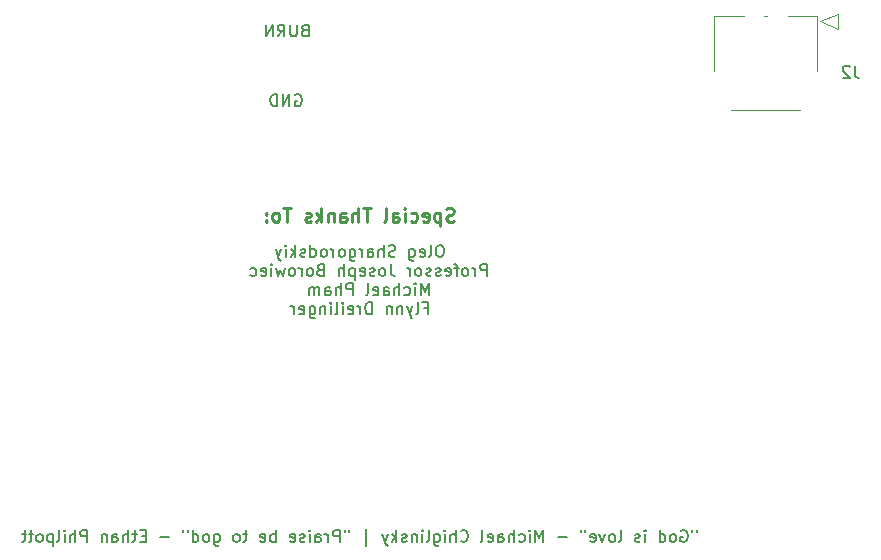
<source format=gbo>
G04 #@! TF.GenerationSoftware,KiCad,Pcbnew,7.0.1-0*
G04 #@! TF.CreationDate,2023-03-19T01:34:27-04:00*
G04 #@! TF.ProjectId,bottom-adapter,626f7474-6f6d-42d6-9164-61707465722e,3*
G04 #@! TF.SameCoordinates,Original*
G04 #@! TF.FileFunction,Legend,Bot*
G04 #@! TF.FilePolarity,Positive*
%FSLAX46Y46*%
G04 Gerber Fmt 4.6, Leading zero omitted, Abs format (unit mm)*
G04 Created by KiCad (PCBNEW 7.0.1-0) date 2023-03-19 01:34:27*
%MOMM*%
%LPD*%
G01*
G04 APERTURE LIST*
%ADD10C,0.150000*%
%ADD11C,0.230000*%
%ADD12C,0.120000*%
%ADD13C,5.500000*%
%ADD14R,2.000000X2.000000*%
%ADD15C,4.300000*%
%ADD16R,1.350000X2.899999*%
%ADD17R,1.100000X1.450000*%
G04 APERTURE END LIST*
D10*
X113576190Y-95638809D02*
X113433333Y-95686428D01*
X113433333Y-95686428D02*
X113385714Y-95734047D01*
X113385714Y-95734047D02*
X113338095Y-95829285D01*
X113338095Y-95829285D02*
X113338095Y-95972142D01*
X113338095Y-95972142D02*
X113385714Y-96067380D01*
X113385714Y-96067380D02*
X113433333Y-96115000D01*
X113433333Y-96115000D02*
X113528571Y-96162619D01*
X113528571Y-96162619D02*
X113909523Y-96162619D01*
X113909523Y-96162619D02*
X113909523Y-95162619D01*
X113909523Y-95162619D02*
X113576190Y-95162619D01*
X113576190Y-95162619D02*
X113480952Y-95210238D01*
X113480952Y-95210238D02*
X113433333Y-95257857D01*
X113433333Y-95257857D02*
X113385714Y-95353095D01*
X113385714Y-95353095D02*
X113385714Y-95448333D01*
X113385714Y-95448333D02*
X113433333Y-95543571D01*
X113433333Y-95543571D02*
X113480952Y-95591190D01*
X113480952Y-95591190D02*
X113576190Y-95638809D01*
X113576190Y-95638809D02*
X113909523Y-95638809D01*
X112909523Y-95162619D02*
X112909523Y-95972142D01*
X112909523Y-95972142D02*
X112861904Y-96067380D01*
X112861904Y-96067380D02*
X112814285Y-96115000D01*
X112814285Y-96115000D02*
X112719047Y-96162619D01*
X112719047Y-96162619D02*
X112528571Y-96162619D01*
X112528571Y-96162619D02*
X112433333Y-96115000D01*
X112433333Y-96115000D02*
X112385714Y-96067380D01*
X112385714Y-96067380D02*
X112338095Y-95972142D01*
X112338095Y-95972142D02*
X112338095Y-95162619D01*
X111290476Y-96162619D02*
X111623809Y-95686428D01*
X111861904Y-96162619D02*
X111861904Y-95162619D01*
X111861904Y-95162619D02*
X111480952Y-95162619D01*
X111480952Y-95162619D02*
X111385714Y-95210238D01*
X111385714Y-95210238D02*
X111338095Y-95257857D01*
X111338095Y-95257857D02*
X111290476Y-95353095D01*
X111290476Y-95353095D02*
X111290476Y-95495952D01*
X111290476Y-95495952D02*
X111338095Y-95591190D01*
X111338095Y-95591190D02*
X111385714Y-95638809D01*
X111385714Y-95638809D02*
X111480952Y-95686428D01*
X111480952Y-95686428D02*
X111861904Y-95686428D01*
X110861904Y-96162619D02*
X110861904Y-95162619D01*
X110861904Y-95162619D02*
X110290476Y-96162619D01*
X110290476Y-96162619D02*
X110290476Y-95162619D01*
X112761904Y-101110238D02*
X112857142Y-101062619D01*
X112857142Y-101062619D02*
X112999999Y-101062619D01*
X112999999Y-101062619D02*
X113142856Y-101110238D01*
X113142856Y-101110238D02*
X113238094Y-101205476D01*
X113238094Y-101205476D02*
X113285713Y-101300714D01*
X113285713Y-101300714D02*
X113333332Y-101491190D01*
X113333332Y-101491190D02*
X113333332Y-101634047D01*
X113333332Y-101634047D02*
X113285713Y-101824523D01*
X113285713Y-101824523D02*
X113238094Y-101919761D01*
X113238094Y-101919761D02*
X113142856Y-102015000D01*
X113142856Y-102015000D02*
X112999999Y-102062619D01*
X112999999Y-102062619D02*
X112904761Y-102062619D01*
X112904761Y-102062619D02*
X112761904Y-102015000D01*
X112761904Y-102015000D02*
X112714285Y-101967380D01*
X112714285Y-101967380D02*
X112714285Y-101634047D01*
X112714285Y-101634047D02*
X112904761Y-101634047D01*
X112285713Y-102062619D02*
X112285713Y-101062619D01*
X112285713Y-101062619D02*
X111714285Y-102062619D01*
X111714285Y-102062619D02*
X111714285Y-101062619D01*
X111238094Y-102062619D02*
X111238094Y-101062619D01*
X111238094Y-101062619D02*
X110999999Y-101062619D01*
X110999999Y-101062619D02*
X110857142Y-101110238D01*
X110857142Y-101110238D02*
X110761904Y-101205476D01*
X110761904Y-101205476D02*
X110714285Y-101300714D01*
X110714285Y-101300714D02*
X110666666Y-101491190D01*
X110666666Y-101491190D02*
X110666666Y-101634047D01*
X110666666Y-101634047D02*
X110714285Y-101824523D01*
X110714285Y-101824523D02*
X110761904Y-101919761D01*
X110761904Y-101919761D02*
X110857142Y-102015000D01*
X110857142Y-102015000D02*
X110999999Y-102062619D01*
X110999999Y-102062619D02*
X111238094Y-102062619D01*
D11*
X126217854Y-111804500D02*
X126053568Y-111859261D01*
X126053568Y-111859261D02*
X125779759Y-111859261D01*
X125779759Y-111859261D02*
X125670235Y-111804500D01*
X125670235Y-111804500D02*
X125615473Y-111749738D01*
X125615473Y-111749738D02*
X125560711Y-111640214D01*
X125560711Y-111640214D02*
X125560711Y-111530690D01*
X125560711Y-111530690D02*
X125615473Y-111421166D01*
X125615473Y-111421166D02*
X125670235Y-111366404D01*
X125670235Y-111366404D02*
X125779759Y-111311642D01*
X125779759Y-111311642D02*
X125998806Y-111256880D01*
X125998806Y-111256880D02*
X126108330Y-111202119D01*
X126108330Y-111202119D02*
X126163092Y-111147357D01*
X126163092Y-111147357D02*
X126217854Y-111037833D01*
X126217854Y-111037833D02*
X126217854Y-110928309D01*
X126217854Y-110928309D02*
X126163092Y-110818785D01*
X126163092Y-110818785D02*
X126108330Y-110764023D01*
X126108330Y-110764023D02*
X125998806Y-110709261D01*
X125998806Y-110709261D02*
X125724997Y-110709261D01*
X125724997Y-110709261D02*
X125560711Y-110764023D01*
X125067854Y-111092595D02*
X125067854Y-112242595D01*
X125067854Y-111147357D02*
X124958330Y-111092595D01*
X124958330Y-111092595D02*
X124739283Y-111092595D01*
X124739283Y-111092595D02*
X124629759Y-111147357D01*
X124629759Y-111147357D02*
X124574997Y-111202119D01*
X124574997Y-111202119D02*
X124520235Y-111311642D01*
X124520235Y-111311642D02*
X124520235Y-111640214D01*
X124520235Y-111640214D02*
X124574997Y-111749738D01*
X124574997Y-111749738D02*
X124629759Y-111804500D01*
X124629759Y-111804500D02*
X124739283Y-111859261D01*
X124739283Y-111859261D02*
X124958330Y-111859261D01*
X124958330Y-111859261D02*
X125067854Y-111804500D01*
X123589283Y-111804500D02*
X123698807Y-111859261D01*
X123698807Y-111859261D02*
X123917854Y-111859261D01*
X123917854Y-111859261D02*
X124027378Y-111804500D01*
X124027378Y-111804500D02*
X124082140Y-111694976D01*
X124082140Y-111694976D02*
X124082140Y-111256880D01*
X124082140Y-111256880D02*
X124027378Y-111147357D01*
X124027378Y-111147357D02*
X123917854Y-111092595D01*
X123917854Y-111092595D02*
X123698807Y-111092595D01*
X123698807Y-111092595D02*
X123589283Y-111147357D01*
X123589283Y-111147357D02*
X123534521Y-111256880D01*
X123534521Y-111256880D02*
X123534521Y-111366404D01*
X123534521Y-111366404D02*
X124082140Y-111475928D01*
X122548807Y-111804500D02*
X122658331Y-111859261D01*
X122658331Y-111859261D02*
X122877378Y-111859261D01*
X122877378Y-111859261D02*
X122986902Y-111804500D01*
X122986902Y-111804500D02*
X123041664Y-111749738D01*
X123041664Y-111749738D02*
X123096426Y-111640214D01*
X123096426Y-111640214D02*
X123096426Y-111311642D01*
X123096426Y-111311642D02*
X123041664Y-111202119D01*
X123041664Y-111202119D02*
X122986902Y-111147357D01*
X122986902Y-111147357D02*
X122877378Y-111092595D01*
X122877378Y-111092595D02*
X122658331Y-111092595D01*
X122658331Y-111092595D02*
X122548807Y-111147357D01*
X122055950Y-111859261D02*
X122055950Y-111092595D01*
X122055950Y-110709261D02*
X122110712Y-110764023D01*
X122110712Y-110764023D02*
X122055950Y-110818785D01*
X122055950Y-110818785D02*
X122001188Y-110764023D01*
X122001188Y-110764023D02*
X122055950Y-110709261D01*
X122055950Y-110709261D02*
X122055950Y-110818785D01*
X121015474Y-111859261D02*
X121015474Y-111256880D01*
X121015474Y-111256880D02*
X121070236Y-111147357D01*
X121070236Y-111147357D02*
X121179760Y-111092595D01*
X121179760Y-111092595D02*
X121398807Y-111092595D01*
X121398807Y-111092595D02*
X121508331Y-111147357D01*
X121015474Y-111804500D02*
X121124998Y-111859261D01*
X121124998Y-111859261D02*
X121398807Y-111859261D01*
X121398807Y-111859261D02*
X121508331Y-111804500D01*
X121508331Y-111804500D02*
X121563093Y-111694976D01*
X121563093Y-111694976D02*
X121563093Y-111585452D01*
X121563093Y-111585452D02*
X121508331Y-111475928D01*
X121508331Y-111475928D02*
X121398807Y-111421166D01*
X121398807Y-111421166D02*
X121124998Y-111421166D01*
X121124998Y-111421166D02*
X121015474Y-111366404D01*
X120303569Y-111859261D02*
X120413093Y-111804500D01*
X120413093Y-111804500D02*
X120467855Y-111694976D01*
X120467855Y-111694976D02*
X120467855Y-110709261D01*
X119153570Y-110709261D02*
X118496427Y-110709261D01*
X118824998Y-111859261D02*
X118824998Y-110709261D01*
X118113094Y-111859261D02*
X118113094Y-110709261D01*
X117620237Y-111859261D02*
X117620237Y-111256880D01*
X117620237Y-111256880D02*
X117674999Y-111147357D01*
X117674999Y-111147357D02*
X117784523Y-111092595D01*
X117784523Y-111092595D02*
X117948808Y-111092595D01*
X117948808Y-111092595D02*
X118058332Y-111147357D01*
X118058332Y-111147357D02*
X118113094Y-111202119D01*
X116579761Y-111859261D02*
X116579761Y-111256880D01*
X116579761Y-111256880D02*
X116634523Y-111147357D01*
X116634523Y-111147357D02*
X116744047Y-111092595D01*
X116744047Y-111092595D02*
X116963094Y-111092595D01*
X116963094Y-111092595D02*
X117072618Y-111147357D01*
X116579761Y-111804500D02*
X116689285Y-111859261D01*
X116689285Y-111859261D02*
X116963094Y-111859261D01*
X116963094Y-111859261D02*
X117072618Y-111804500D01*
X117072618Y-111804500D02*
X117127380Y-111694976D01*
X117127380Y-111694976D02*
X117127380Y-111585452D01*
X117127380Y-111585452D02*
X117072618Y-111475928D01*
X117072618Y-111475928D02*
X116963094Y-111421166D01*
X116963094Y-111421166D02*
X116689285Y-111421166D01*
X116689285Y-111421166D02*
X116579761Y-111366404D01*
X116032142Y-111092595D02*
X116032142Y-111859261D01*
X116032142Y-111202119D02*
X115977380Y-111147357D01*
X115977380Y-111147357D02*
X115867856Y-111092595D01*
X115867856Y-111092595D02*
X115703571Y-111092595D01*
X115703571Y-111092595D02*
X115594047Y-111147357D01*
X115594047Y-111147357D02*
X115539285Y-111256880D01*
X115539285Y-111256880D02*
X115539285Y-111859261D01*
X114991666Y-111859261D02*
X114991666Y-110709261D01*
X114882142Y-111421166D02*
X114553571Y-111859261D01*
X114553571Y-111092595D02*
X114991666Y-111530690D01*
X114115476Y-111804500D02*
X114005952Y-111859261D01*
X114005952Y-111859261D02*
X113786904Y-111859261D01*
X113786904Y-111859261D02*
X113677381Y-111804500D01*
X113677381Y-111804500D02*
X113622619Y-111694976D01*
X113622619Y-111694976D02*
X113622619Y-111640214D01*
X113622619Y-111640214D02*
X113677381Y-111530690D01*
X113677381Y-111530690D02*
X113786904Y-111475928D01*
X113786904Y-111475928D02*
X113951190Y-111475928D01*
X113951190Y-111475928D02*
X114060714Y-111421166D01*
X114060714Y-111421166D02*
X114115476Y-111311642D01*
X114115476Y-111311642D02*
X114115476Y-111256880D01*
X114115476Y-111256880D02*
X114060714Y-111147357D01*
X114060714Y-111147357D02*
X113951190Y-111092595D01*
X113951190Y-111092595D02*
X113786904Y-111092595D01*
X113786904Y-111092595D02*
X113677381Y-111147357D01*
X112417858Y-110709261D02*
X111760715Y-110709261D01*
X112089286Y-111859261D02*
X112089286Y-110709261D01*
X111213096Y-111859261D02*
X111322620Y-111804500D01*
X111322620Y-111804500D02*
X111377382Y-111749738D01*
X111377382Y-111749738D02*
X111432144Y-111640214D01*
X111432144Y-111640214D02*
X111432144Y-111311642D01*
X111432144Y-111311642D02*
X111377382Y-111202119D01*
X111377382Y-111202119D02*
X111322620Y-111147357D01*
X111322620Y-111147357D02*
X111213096Y-111092595D01*
X111213096Y-111092595D02*
X111048811Y-111092595D01*
X111048811Y-111092595D02*
X110939287Y-111147357D01*
X110939287Y-111147357D02*
X110884525Y-111202119D01*
X110884525Y-111202119D02*
X110829763Y-111311642D01*
X110829763Y-111311642D02*
X110829763Y-111640214D01*
X110829763Y-111640214D02*
X110884525Y-111749738D01*
X110884525Y-111749738D02*
X110939287Y-111804500D01*
X110939287Y-111804500D02*
X111048811Y-111859261D01*
X111048811Y-111859261D02*
X111213096Y-111859261D01*
X110336906Y-111749738D02*
X110282144Y-111804500D01*
X110282144Y-111804500D02*
X110336906Y-111859261D01*
X110336906Y-111859261D02*
X110391668Y-111804500D01*
X110391668Y-111804500D02*
X110336906Y-111749738D01*
X110336906Y-111749738D02*
X110336906Y-111859261D01*
X110336906Y-111147357D02*
X110282144Y-111202119D01*
X110282144Y-111202119D02*
X110336906Y-111256880D01*
X110336906Y-111256880D02*
X110391668Y-111202119D01*
X110391668Y-111202119D02*
X110336906Y-111147357D01*
X110336906Y-111147357D02*
X110336906Y-111256880D01*
D10*
X125107143Y-113827618D02*
X124916667Y-113827618D01*
X124916667Y-113827618D02*
X124821429Y-113875237D01*
X124821429Y-113875237D02*
X124726191Y-113970475D01*
X124726191Y-113970475D02*
X124678572Y-114160951D01*
X124678572Y-114160951D02*
X124678572Y-114494284D01*
X124678572Y-114494284D02*
X124726191Y-114684760D01*
X124726191Y-114684760D02*
X124821429Y-114779999D01*
X124821429Y-114779999D02*
X124916667Y-114827618D01*
X124916667Y-114827618D02*
X125107143Y-114827618D01*
X125107143Y-114827618D02*
X125202381Y-114779999D01*
X125202381Y-114779999D02*
X125297619Y-114684760D01*
X125297619Y-114684760D02*
X125345238Y-114494284D01*
X125345238Y-114494284D02*
X125345238Y-114160951D01*
X125345238Y-114160951D02*
X125297619Y-113970475D01*
X125297619Y-113970475D02*
X125202381Y-113875237D01*
X125202381Y-113875237D02*
X125107143Y-113827618D01*
X124107143Y-114827618D02*
X124202381Y-114779999D01*
X124202381Y-114779999D02*
X124250000Y-114684760D01*
X124250000Y-114684760D02*
X124250000Y-113827618D01*
X123345238Y-114779999D02*
X123440476Y-114827618D01*
X123440476Y-114827618D02*
X123630952Y-114827618D01*
X123630952Y-114827618D02*
X123726190Y-114779999D01*
X123726190Y-114779999D02*
X123773809Y-114684760D01*
X123773809Y-114684760D02*
X123773809Y-114303808D01*
X123773809Y-114303808D02*
X123726190Y-114208570D01*
X123726190Y-114208570D02*
X123630952Y-114160951D01*
X123630952Y-114160951D02*
X123440476Y-114160951D01*
X123440476Y-114160951D02*
X123345238Y-114208570D01*
X123345238Y-114208570D02*
X123297619Y-114303808D01*
X123297619Y-114303808D02*
X123297619Y-114399046D01*
X123297619Y-114399046D02*
X123773809Y-114494284D01*
X122440476Y-114160951D02*
X122440476Y-114970475D01*
X122440476Y-114970475D02*
X122488095Y-115065713D01*
X122488095Y-115065713D02*
X122535714Y-115113332D01*
X122535714Y-115113332D02*
X122630952Y-115160951D01*
X122630952Y-115160951D02*
X122773809Y-115160951D01*
X122773809Y-115160951D02*
X122869047Y-115113332D01*
X122440476Y-114779999D02*
X122535714Y-114827618D01*
X122535714Y-114827618D02*
X122726190Y-114827618D01*
X122726190Y-114827618D02*
X122821428Y-114779999D01*
X122821428Y-114779999D02*
X122869047Y-114732379D01*
X122869047Y-114732379D02*
X122916666Y-114637141D01*
X122916666Y-114637141D02*
X122916666Y-114351427D01*
X122916666Y-114351427D02*
X122869047Y-114256189D01*
X122869047Y-114256189D02*
X122821428Y-114208570D01*
X122821428Y-114208570D02*
X122726190Y-114160951D01*
X122726190Y-114160951D02*
X122535714Y-114160951D01*
X122535714Y-114160951D02*
X122440476Y-114208570D01*
X121249999Y-114779999D02*
X121107142Y-114827618D01*
X121107142Y-114827618D02*
X120869047Y-114827618D01*
X120869047Y-114827618D02*
X120773809Y-114779999D01*
X120773809Y-114779999D02*
X120726190Y-114732379D01*
X120726190Y-114732379D02*
X120678571Y-114637141D01*
X120678571Y-114637141D02*
X120678571Y-114541903D01*
X120678571Y-114541903D02*
X120726190Y-114446665D01*
X120726190Y-114446665D02*
X120773809Y-114399046D01*
X120773809Y-114399046D02*
X120869047Y-114351427D01*
X120869047Y-114351427D02*
X121059523Y-114303808D01*
X121059523Y-114303808D02*
X121154761Y-114256189D01*
X121154761Y-114256189D02*
X121202380Y-114208570D01*
X121202380Y-114208570D02*
X121249999Y-114113332D01*
X121249999Y-114113332D02*
X121249999Y-114018094D01*
X121249999Y-114018094D02*
X121202380Y-113922856D01*
X121202380Y-113922856D02*
X121154761Y-113875237D01*
X121154761Y-113875237D02*
X121059523Y-113827618D01*
X121059523Y-113827618D02*
X120821428Y-113827618D01*
X120821428Y-113827618D02*
X120678571Y-113875237D01*
X120249999Y-114827618D02*
X120249999Y-113827618D01*
X119821428Y-114827618D02*
X119821428Y-114303808D01*
X119821428Y-114303808D02*
X119869047Y-114208570D01*
X119869047Y-114208570D02*
X119964285Y-114160951D01*
X119964285Y-114160951D02*
X120107142Y-114160951D01*
X120107142Y-114160951D02*
X120202380Y-114208570D01*
X120202380Y-114208570D02*
X120249999Y-114256189D01*
X118916666Y-114827618D02*
X118916666Y-114303808D01*
X118916666Y-114303808D02*
X118964285Y-114208570D01*
X118964285Y-114208570D02*
X119059523Y-114160951D01*
X119059523Y-114160951D02*
X119249999Y-114160951D01*
X119249999Y-114160951D02*
X119345237Y-114208570D01*
X118916666Y-114779999D02*
X119011904Y-114827618D01*
X119011904Y-114827618D02*
X119249999Y-114827618D01*
X119249999Y-114827618D02*
X119345237Y-114779999D01*
X119345237Y-114779999D02*
X119392856Y-114684760D01*
X119392856Y-114684760D02*
X119392856Y-114589522D01*
X119392856Y-114589522D02*
X119345237Y-114494284D01*
X119345237Y-114494284D02*
X119249999Y-114446665D01*
X119249999Y-114446665D02*
X119011904Y-114446665D01*
X119011904Y-114446665D02*
X118916666Y-114399046D01*
X118440475Y-114827618D02*
X118440475Y-114160951D01*
X118440475Y-114351427D02*
X118392856Y-114256189D01*
X118392856Y-114256189D02*
X118345237Y-114208570D01*
X118345237Y-114208570D02*
X118249999Y-114160951D01*
X118249999Y-114160951D02*
X118154761Y-114160951D01*
X117392856Y-114160951D02*
X117392856Y-114970475D01*
X117392856Y-114970475D02*
X117440475Y-115065713D01*
X117440475Y-115065713D02*
X117488094Y-115113332D01*
X117488094Y-115113332D02*
X117583332Y-115160951D01*
X117583332Y-115160951D02*
X117726189Y-115160951D01*
X117726189Y-115160951D02*
X117821427Y-115113332D01*
X117392856Y-114779999D02*
X117488094Y-114827618D01*
X117488094Y-114827618D02*
X117678570Y-114827618D01*
X117678570Y-114827618D02*
X117773808Y-114779999D01*
X117773808Y-114779999D02*
X117821427Y-114732379D01*
X117821427Y-114732379D02*
X117869046Y-114637141D01*
X117869046Y-114637141D02*
X117869046Y-114351427D01*
X117869046Y-114351427D02*
X117821427Y-114256189D01*
X117821427Y-114256189D02*
X117773808Y-114208570D01*
X117773808Y-114208570D02*
X117678570Y-114160951D01*
X117678570Y-114160951D02*
X117488094Y-114160951D01*
X117488094Y-114160951D02*
X117392856Y-114208570D01*
X116773808Y-114827618D02*
X116869046Y-114779999D01*
X116869046Y-114779999D02*
X116916665Y-114732379D01*
X116916665Y-114732379D02*
X116964284Y-114637141D01*
X116964284Y-114637141D02*
X116964284Y-114351427D01*
X116964284Y-114351427D02*
X116916665Y-114256189D01*
X116916665Y-114256189D02*
X116869046Y-114208570D01*
X116869046Y-114208570D02*
X116773808Y-114160951D01*
X116773808Y-114160951D02*
X116630951Y-114160951D01*
X116630951Y-114160951D02*
X116535713Y-114208570D01*
X116535713Y-114208570D02*
X116488094Y-114256189D01*
X116488094Y-114256189D02*
X116440475Y-114351427D01*
X116440475Y-114351427D02*
X116440475Y-114637141D01*
X116440475Y-114637141D02*
X116488094Y-114732379D01*
X116488094Y-114732379D02*
X116535713Y-114779999D01*
X116535713Y-114779999D02*
X116630951Y-114827618D01*
X116630951Y-114827618D02*
X116773808Y-114827618D01*
X116011903Y-114827618D02*
X116011903Y-114160951D01*
X116011903Y-114351427D02*
X115964284Y-114256189D01*
X115964284Y-114256189D02*
X115916665Y-114208570D01*
X115916665Y-114208570D02*
X115821427Y-114160951D01*
X115821427Y-114160951D02*
X115726189Y-114160951D01*
X115249998Y-114827618D02*
X115345236Y-114779999D01*
X115345236Y-114779999D02*
X115392855Y-114732379D01*
X115392855Y-114732379D02*
X115440474Y-114637141D01*
X115440474Y-114637141D02*
X115440474Y-114351427D01*
X115440474Y-114351427D02*
X115392855Y-114256189D01*
X115392855Y-114256189D02*
X115345236Y-114208570D01*
X115345236Y-114208570D02*
X115249998Y-114160951D01*
X115249998Y-114160951D02*
X115107141Y-114160951D01*
X115107141Y-114160951D02*
X115011903Y-114208570D01*
X115011903Y-114208570D02*
X114964284Y-114256189D01*
X114964284Y-114256189D02*
X114916665Y-114351427D01*
X114916665Y-114351427D02*
X114916665Y-114637141D01*
X114916665Y-114637141D02*
X114964284Y-114732379D01*
X114964284Y-114732379D02*
X115011903Y-114779999D01*
X115011903Y-114779999D02*
X115107141Y-114827618D01*
X115107141Y-114827618D02*
X115249998Y-114827618D01*
X114059522Y-114827618D02*
X114059522Y-113827618D01*
X114059522Y-114779999D02*
X114154760Y-114827618D01*
X114154760Y-114827618D02*
X114345236Y-114827618D01*
X114345236Y-114827618D02*
X114440474Y-114779999D01*
X114440474Y-114779999D02*
X114488093Y-114732379D01*
X114488093Y-114732379D02*
X114535712Y-114637141D01*
X114535712Y-114637141D02*
X114535712Y-114351427D01*
X114535712Y-114351427D02*
X114488093Y-114256189D01*
X114488093Y-114256189D02*
X114440474Y-114208570D01*
X114440474Y-114208570D02*
X114345236Y-114160951D01*
X114345236Y-114160951D02*
X114154760Y-114160951D01*
X114154760Y-114160951D02*
X114059522Y-114208570D01*
X113630950Y-114779999D02*
X113535712Y-114827618D01*
X113535712Y-114827618D02*
X113345236Y-114827618D01*
X113345236Y-114827618D02*
X113249998Y-114779999D01*
X113249998Y-114779999D02*
X113202379Y-114684760D01*
X113202379Y-114684760D02*
X113202379Y-114637141D01*
X113202379Y-114637141D02*
X113249998Y-114541903D01*
X113249998Y-114541903D02*
X113345236Y-114494284D01*
X113345236Y-114494284D02*
X113488093Y-114494284D01*
X113488093Y-114494284D02*
X113583331Y-114446665D01*
X113583331Y-114446665D02*
X113630950Y-114351427D01*
X113630950Y-114351427D02*
X113630950Y-114303808D01*
X113630950Y-114303808D02*
X113583331Y-114208570D01*
X113583331Y-114208570D02*
X113488093Y-114160951D01*
X113488093Y-114160951D02*
X113345236Y-114160951D01*
X113345236Y-114160951D02*
X113249998Y-114208570D01*
X112773807Y-114827618D02*
X112773807Y-113827618D01*
X112678569Y-114446665D02*
X112392855Y-114827618D01*
X112392855Y-114160951D02*
X112773807Y-114541903D01*
X111964283Y-114827618D02*
X111964283Y-114160951D01*
X111964283Y-113827618D02*
X112011902Y-113875237D01*
X112011902Y-113875237D02*
X111964283Y-113922856D01*
X111964283Y-113922856D02*
X111916664Y-113875237D01*
X111916664Y-113875237D02*
X111964283Y-113827618D01*
X111964283Y-113827618D02*
X111964283Y-113922856D01*
X111583331Y-114160951D02*
X111345236Y-114827618D01*
X111107141Y-114160951D02*
X111345236Y-114827618D01*
X111345236Y-114827618D02*
X111440474Y-115065713D01*
X111440474Y-115065713D02*
X111488093Y-115113332D01*
X111488093Y-115113332D02*
X111583331Y-115160951D01*
X128988096Y-116447618D02*
X128988096Y-115447618D01*
X128988096Y-115447618D02*
X128607144Y-115447618D01*
X128607144Y-115447618D02*
X128511906Y-115495237D01*
X128511906Y-115495237D02*
X128464287Y-115542856D01*
X128464287Y-115542856D02*
X128416668Y-115638094D01*
X128416668Y-115638094D02*
X128416668Y-115780951D01*
X128416668Y-115780951D02*
X128464287Y-115876189D01*
X128464287Y-115876189D02*
X128511906Y-115923808D01*
X128511906Y-115923808D02*
X128607144Y-115971427D01*
X128607144Y-115971427D02*
X128988096Y-115971427D01*
X127988096Y-116447618D02*
X127988096Y-115780951D01*
X127988096Y-115971427D02*
X127940477Y-115876189D01*
X127940477Y-115876189D02*
X127892858Y-115828570D01*
X127892858Y-115828570D02*
X127797620Y-115780951D01*
X127797620Y-115780951D02*
X127702382Y-115780951D01*
X127226191Y-116447618D02*
X127321429Y-116399999D01*
X127321429Y-116399999D02*
X127369048Y-116352379D01*
X127369048Y-116352379D02*
X127416667Y-116257141D01*
X127416667Y-116257141D02*
X127416667Y-115971427D01*
X127416667Y-115971427D02*
X127369048Y-115876189D01*
X127369048Y-115876189D02*
X127321429Y-115828570D01*
X127321429Y-115828570D02*
X127226191Y-115780951D01*
X127226191Y-115780951D02*
X127083334Y-115780951D01*
X127083334Y-115780951D02*
X126988096Y-115828570D01*
X126988096Y-115828570D02*
X126940477Y-115876189D01*
X126940477Y-115876189D02*
X126892858Y-115971427D01*
X126892858Y-115971427D02*
X126892858Y-116257141D01*
X126892858Y-116257141D02*
X126940477Y-116352379D01*
X126940477Y-116352379D02*
X126988096Y-116399999D01*
X126988096Y-116399999D02*
X127083334Y-116447618D01*
X127083334Y-116447618D02*
X127226191Y-116447618D01*
X126607143Y-115780951D02*
X126226191Y-115780951D01*
X126464286Y-116447618D02*
X126464286Y-115590475D01*
X126464286Y-115590475D02*
X126416667Y-115495237D01*
X126416667Y-115495237D02*
X126321429Y-115447618D01*
X126321429Y-115447618D02*
X126226191Y-115447618D01*
X125511905Y-116399999D02*
X125607143Y-116447618D01*
X125607143Y-116447618D02*
X125797619Y-116447618D01*
X125797619Y-116447618D02*
X125892857Y-116399999D01*
X125892857Y-116399999D02*
X125940476Y-116304760D01*
X125940476Y-116304760D02*
X125940476Y-115923808D01*
X125940476Y-115923808D02*
X125892857Y-115828570D01*
X125892857Y-115828570D02*
X125797619Y-115780951D01*
X125797619Y-115780951D02*
X125607143Y-115780951D01*
X125607143Y-115780951D02*
X125511905Y-115828570D01*
X125511905Y-115828570D02*
X125464286Y-115923808D01*
X125464286Y-115923808D02*
X125464286Y-116019046D01*
X125464286Y-116019046D02*
X125940476Y-116114284D01*
X125083333Y-116399999D02*
X124988095Y-116447618D01*
X124988095Y-116447618D02*
X124797619Y-116447618D01*
X124797619Y-116447618D02*
X124702381Y-116399999D01*
X124702381Y-116399999D02*
X124654762Y-116304760D01*
X124654762Y-116304760D02*
X124654762Y-116257141D01*
X124654762Y-116257141D02*
X124702381Y-116161903D01*
X124702381Y-116161903D02*
X124797619Y-116114284D01*
X124797619Y-116114284D02*
X124940476Y-116114284D01*
X124940476Y-116114284D02*
X125035714Y-116066665D01*
X125035714Y-116066665D02*
X125083333Y-115971427D01*
X125083333Y-115971427D02*
X125083333Y-115923808D01*
X125083333Y-115923808D02*
X125035714Y-115828570D01*
X125035714Y-115828570D02*
X124940476Y-115780951D01*
X124940476Y-115780951D02*
X124797619Y-115780951D01*
X124797619Y-115780951D02*
X124702381Y-115828570D01*
X124273809Y-116399999D02*
X124178571Y-116447618D01*
X124178571Y-116447618D02*
X123988095Y-116447618D01*
X123988095Y-116447618D02*
X123892857Y-116399999D01*
X123892857Y-116399999D02*
X123845238Y-116304760D01*
X123845238Y-116304760D02*
X123845238Y-116257141D01*
X123845238Y-116257141D02*
X123892857Y-116161903D01*
X123892857Y-116161903D02*
X123988095Y-116114284D01*
X123988095Y-116114284D02*
X124130952Y-116114284D01*
X124130952Y-116114284D02*
X124226190Y-116066665D01*
X124226190Y-116066665D02*
X124273809Y-115971427D01*
X124273809Y-115971427D02*
X124273809Y-115923808D01*
X124273809Y-115923808D02*
X124226190Y-115828570D01*
X124226190Y-115828570D02*
X124130952Y-115780951D01*
X124130952Y-115780951D02*
X123988095Y-115780951D01*
X123988095Y-115780951D02*
X123892857Y-115828570D01*
X123273809Y-116447618D02*
X123369047Y-116399999D01*
X123369047Y-116399999D02*
X123416666Y-116352379D01*
X123416666Y-116352379D02*
X123464285Y-116257141D01*
X123464285Y-116257141D02*
X123464285Y-115971427D01*
X123464285Y-115971427D02*
X123416666Y-115876189D01*
X123416666Y-115876189D02*
X123369047Y-115828570D01*
X123369047Y-115828570D02*
X123273809Y-115780951D01*
X123273809Y-115780951D02*
X123130952Y-115780951D01*
X123130952Y-115780951D02*
X123035714Y-115828570D01*
X123035714Y-115828570D02*
X122988095Y-115876189D01*
X122988095Y-115876189D02*
X122940476Y-115971427D01*
X122940476Y-115971427D02*
X122940476Y-116257141D01*
X122940476Y-116257141D02*
X122988095Y-116352379D01*
X122988095Y-116352379D02*
X123035714Y-116399999D01*
X123035714Y-116399999D02*
X123130952Y-116447618D01*
X123130952Y-116447618D02*
X123273809Y-116447618D01*
X122511904Y-116447618D02*
X122511904Y-115780951D01*
X122511904Y-115971427D02*
X122464285Y-115876189D01*
X122464285Y-115876189D02*
X122416666Y-115828570D01*
X122416666Y-115828570D02*
X122321428Y-115780951D01*
X122321428Y-115780951D02*
X122226190Y-115780951D01*
X120845237Y-115447618D02*
X120845237Y-116161903D01*
X120845237Y-116161903D02*
X120892856Y-116304760D01*
X120892856Y-116304760D02*
X120988094Y-116399999D01*
X120988094Y-116399999D02*
X121130951Y-116447618D01*
X121130951Y-116447618D02*
X121226189Y-116447618D01*
X120226189Y-116447618D02*
X120321427Y-116399999D01*
X120321427Y-116399999D02*
X120369046Y-116352379D01*
X120369046Y-116352379D02*
X120416665Y-116257141D01*
X120416665Y-116257141D02*
X120416665Y-115971427D01*
X120416665Y-115971427D02*
X120369046Y-115876189D01*
X120369046Y-115876189D02*
X120321427Y-115828570D01*
X120321427Y-115828570D02*
X120226189Y-115780951D01*
X120226189Y-115780951D02*
X120083332Y-115780951D01*
X120083332Y-115780951D02*
X119988094Y-115828570D01*
X119988094Y-115828570D02*
X119940475Y-115876189D01*
X119940475Y-115876189D02*
X119892856Y-115971427D01*
X119892856Y-115971427D02*
X119892856Y-116257141D01*
X119892856Y-116257141D02*
X119940475Y-116352379D01*
X119940475Y-116352379D02*
X119988094Y-116399999D01*
X119988094Y-116399999D02*
X120083332Y-116447618D01*
X120083332Y-116447618D02*
X120226189Y-116447618D01*
X119511903Y-116399999D02*
X119416665Y-116447618D01*
X119416665Y-116447618D02*
X119226189Y-116447618D01*
X119226189Y-116447618D02*
X119130951Y-116399999D01*
X119130951Y-116399999D02*
X119083332Y-116304760D01*
X119083332Y-116304760D02*
X119083332Y-116257141D01*
X119083332Y-116257141D02*
X119130951Y-116161903D01*
X119130951Y-116161903D02*
X119226189Y-116114284D01*
X119226189Y-116114284D02*
X119369046Y-116114284D01*
X119369046Y-116114284D02*
X119464284Y-116066665D01*
X119464284Y-116066665D02*
X119511903Y-115971427D01*
X119511903Y-115971427D02*
X119511903Y-115923808D01*
X119511903Y-115923808D02*
X119464284Y-115828570D01*
X119464284Y-115828570D02*
X119369046Y-115780951D01*
X119369046Y-115780951D02*
X119226189Y-115780951D01*
X119226189Y-115780951D02*
X119130951Y-115828570D01*
X118273808Y-116399999D02*
X118369046Y-116447618D01*
X118369046Y-116447618D02*
X118559522Y-116447618D01*
X118559522Y-116447618D02*
X118654760Y-116399999D01*
X118654760Y-116399999D02*
X118702379Y-116304760D01*
X118702379Y-116304760D02*
X118702379Y-115923808D01*
X118702379Y-115923808D02*
X118654760Y-115828570D01*
X118654760Y-115828570D02*
X118559522Y-115780951D01*
X118559522Y-115780951D02*
X118369046Y-115780951D01*
X118369046Y-115780951D02*
X118273808Y-115828570D01*
X118273808Y-115828570D02*
X118226189Y-115923808D01*
X118226189Y-115923808D02*
X118226189Y-116019046D01*
X118226189Y-116019046D02*
X118702379Y-116114284D01*
X117797617Y-115780951D02*
X117797617Y-116780951D01*
X117797617Y-115828570D02*
X117702379Y-115780951D01*
X117702379Y-115780951D02*
X117511903Y-115780951D01*
X117511903Y-115780951D02*
X117416665Y-115828570D01*
X117416665Y-115828570D02*
X117369046Y-115876189D01*
X117369046Y-115876189D02*
X117321427Y-115971427D01*
X117321427Y-115971427D02*
X117321427Y-116257141D01*
X117321427Y-116257141D02*
X117369046Y-116352379D01*
X117369046Y-116352379D02*
X117416665Y-116399999D01*
X117416665Y-116399999D02*
X117511903Y-116447618D01*
X117511903Y-116447618D02*
X117702379Y-116447618D01*
X117702379Y-116447618D02*
X117797617Y-116399999D01*
X116892855Y-116447618D02*
X116892855Y-115447618D01*
X116464284Y-116447618D02*
X116464284Y-115923808D01*
X116464284Y-115923808D02*
X116511903Y-115828570D01*
X116511903Y-115828570D02*
X116607141Y-115780951D01*
X116607141Y-115780951D02*
X116749998Y-115780951D01*
X116749998Y-115780951D02*
X116845236Y-115828570D01*
X116845236Y-115828570D02*
X116892855Y-115876189D01*
X114892855Y-115923808D02*
X114749998Y-115971427D01*
X114749998Y-115971427D02*
X114702379Y-116019046D01*
X114702379Y-116019046D02*
X114654760Y-116114284D01*
X114654760Y-116114284D02*
X114654760Y-116257141D01*
X114654760Y-116257141D02*
X114702379Y-116352379D01*
X114702379Y-116352379D02*
X114749998Y-116399999D01*
X114749998Y-116399999D02*
X114845236Y-116447618D01*
X114845236Y-116447618D02*
X115226188Y-116447618D01*
X115226188Y-116447618D02*
X115226188Y-115447618D01*
X115226188Y-115447618D02*
X114892855Y-115447618D01*
X114892855Y-115447618D02*
X114797617Y-115495237D01*
X114797617Y-115495237D02*
X114749998Y-115542856D01*
X114749998Y-115542856D02*
X114702379Y-115638094D01*
X114702379Y-115638094D02*
X114702379Y-115733332D01*
X114702379Y-115733332D02*
X114749998Y-115828570D01*
X114749998Y-115828570D02*
X114797617Y-115876189D01*
X114797617Y-115876189D02*
X114892855Y-115923808D01*
X114892855Y-115923808D02*
X115226188Y-115923808D01*
X114083331Y-116447618D02*
X114178569Y-116399999D01*
X114178569Y-116399999D02*
X114226188Y-116352379D01*
X114226188Y-116352379D02*
X114273807Y-116257141D01*
X114273807Y-116257141D02*
X114273807Y-115971427D01*
X114273807Y-115971427D02*
X114226188Y-115876189D01*
X114226188Y-115876189D02*
X114178569Y-115828570D01*
X114178569Y-115828570D02*
X114083331Y-115780951D01*
X114083331Y-115780951D02*
X113940474Y-115780951D01*
X113940474Y-115780951D02*
X113845236Y-115828570D01*
X113845236Y-115828570D02*
X113797617Y-115876189D01*
X113797617Y-115876189D02*
X113749998Y-115971427D01*
X113749998Y-115971427D02*
X113749998Y-116257141D01*
X113749998Y-116257141D02*
X113797617Y-116352379D01*
X113797617Y-116352379D02*
X113845236Y-116399999D01*
X113845236Y-116399999D02*
X113940474Y-116447618D01*
X113940474Y-116447618D02*
X114083331Y-116447618D01*
X113321426Y-116447618D02*
X113321426Y-115780951D01*
X113321426Y-115971427D02*
X113273807Y-115876189D01*
X113273807Y-115876189D02*
X113226188Y-115828570D01*
X113226188Y-115828570D02*
X113130950Y-115780951D01*
X113130950Y-115780951D02*
X113035712Y-115780951D01*
X112559521Y-116447618D02*
X112654759Y-116399999D01*
X112654759Y-116399999D02*
X112702378Y-116352379D01*
X112702378Y-116352379D02*
X112749997Y-116257141D01*
X112749997Y-116257141D02*
X112749997Y-115971427D01*
X112749997Y-115971427D02*
X112702378Y-115876189D01*
X112702378Y-115876189D02*
X112654759Y-115828570D01*
X112654759Y-115828570D02*
X112559521Y-115780951D01*
X112559521Y-115780951D02*
X112416664Y-115780951D01*
X112416664Y-115780951D02*
X112321426Y-115828570D01*
X112321426Y-115828570D02*
X112273807Y-115876189D01*
X112273807Y-115876189D02*
X112226188Y-115971427D01*
X112226188Y-115971427D02*
X112226188Y-116257141D01*
X112226188Y-116257141D02*
X112273807Y-116352379D01*
X112273807Y-116352379D02*
X112321426Y-116399999D01*
X112321426Y-116399999D02*
X112416664Y-116447618D01*
X112416664Y-116447618D02*
X112559521Y-116447618D01*
X111892854Y-115780951D02*
X111702378Y-116447618D01*
X111702378Y-116447618D02*
X111511902Y-115971427D01*
X111511902Y-115971427D02*
X111321426Y-116447618D01*
X111321426Y-116447618D02*
X111130950Y-115780951D01*
X110749997Y-116447618D02*
X110749997Y-115780951D01*
X110749997Y-115447618D02*
X110797616Y-115495237D01*
X110797616Y-115495237D02*
X110749997Y-115542856D01*
X110749997Y-115542856D02*
X110702378Y-115495237D01*
X110702378Y-115495237D02*
X110749997Y-115447618D01*
X110749997Y-115447618D02*
X110749997Y-115542856D01*
X109892855Y-116399999D02*
X109988093Y-116447618D01*
X109988093Y-116447618D02*
X110178569Y-116447618D01*
X110178569Y-116447618D02*
X110273807Y-116399999D01*
X110273807Y-116399999D02*
X110321426Y-116304760D01*
X110321426Y-116304760D02*
X110321426Y-115923808D01*
X110321426Y-115923808D02*
X110273807Y-115828570D01*
X110273807Y-115828570D02*
X110178569Y-115780951D01*
X110178569Y-115780951D02*
X109988093Y-115780951D01*
X109988093Y-115780951D02*
X109892855Y-115828570D01*
X109892855Y-115828570D02*
X109845236Y-115923808D01*
X109845236Y-115923808D02*
X109845236Y-116019046D01*
X109845236Y-116019046D02*
X110321426Y-116114284D01*
X108988093Y-116399999D02*
X109083331Y-116447618D01*
X109083331Y-116447618D02*
X109273807Y-116447618D01*
X109273807Y-116447618D02*
X109369045Y-116399999D01*
X109369045Y-116399999D02*
X109416664Y-116352379D01*
X109416664Y-116352379D02*
X109464283Y-116257141D01*
X109464283Y-116257141D02*
X109464283Y-115971427D01*
X109464283Y-115971427D02*
X109416664Y-115876189D01*
X109416664Y-115876189D02*
X109369045Y-115828570D01*
X109369045Y-115828570D02*
X109273807Y-115780951D01*
X109273807Y-115780951D02*
X109083331Y-115780951D01*
X109083331Y-115780951D02*
X108988093Y-115828570D01*
X124059523Y-118067618D02*
X124059523Y-117067618D01*
X124059523Y-117067618D02*
X123726190Y-117781903D01*
X123726190Y-117781903D02*
X123392857Y-117067618D01*
X123392857Y-117067618D02*
X123392857Y-118067618D01*
X122916666Y-118067618D02*
X122916666Y-117400951D01*
X122916666Y-117067618D02*
X122964285Y-117115237D01*
X122964285Y-117115237D02*
X122916666Y-117162856D01*
X122916666Y-117162856D02*
X122869047Y-117115237D01*
X122869047Y-117115237D02*
X122916666Y-117067618D01*
X122916666Y-117067618D02*
X122916666Y-117162856D01*
X122011905Y-118019999D02*
X122107143Y-118067618D01*
X122107143Y-118067618D02*
X122297619Y-118067618D01*
X122297619Y-118067618D02*
X122392857Y-118019999D01*
X122392857Y-118019999D02*
X122440476Y-117972379D01*
X122440476Y-117972379D02*
X122488095Y-117877141D01*
X122488095Y-117877141D02*
X122488095Y-117591427D01*
X122488095Y-117591427D02*
X122440476Y-117496189D01*
X122440476Y-117496189D02*
X122392857Y-117448570D01*
X122392857Y-117448570D02*
X122297619Y-117400951D01*
X122297619Y-117400951D02*
X122107143Y-117400951D01*
X122107143Y-117400951D02*
X122011905Y-117448570D01*
X121583333Y-118067618D02*
X121583333Y-117067618D01*
X121154762Y-118067618D02*
X121154762Y-117543808D01*
X121154762Y-117543808D02*
X121202381Y-117448570D01*
X121202381Y-117448570D02*
X121297619Y-117400951D01*
X121297619Y-117400951D02*
X121440476Y-117400951D01*
X121440476Y-117400951D02*
X121535714Y-117448570D01*
X121535714Y-117448570D02*
X121583333Y-117496189D01*
X120250000Y-118067618D02*
X120250000Y-117543808D01*
X120250000Y-117543808D02*
X120297619Y-117448570D01*
X120297619Y-117448570D02*
X120392857Y-117400951D01*
X120392857Y-117400951D02*
X120583333Y-117400951D01*
X120583333Y-117400951D02*
X120678571Y-117448570D01*
X120250000Y-118019999D02*
X120345238Y-118067618D01*
X120345238Y-118067618D02*
X120583333Y-118067618D01*
X120583333Y-118067618D02*
X120678571Y-118019999D01*
X120678571Y-118019999D02*
X120726190Y-117924760D01*
X120726190Y-117924760D02*
X120726190Y-117829522D01*
X120726190Y-117829522D02*
X120678571Y-117734284D01*
X120678571Y-117734284D02*
X120583333Y-117686665D01*
X120583333Y-117686665D02*
X120345238Y-117686665D01*
X120345238Y-117686665D02*
X120250000Y-117639046D01*
X119392857Y-118019999D02*
X119488095Y-118067618D01*
X119488095Y-118067618D02*
X119678571Y-118067618D01*
X119678571Y-118067618D02*
X119773809Y-118019999D01*
X119773809Y-118019999D02*
X119821428Y-117924760D01*
X119821428Y-117924760D02*
X119821428Y-117543808D01*
X119821428Y-117543808D02*
X119773809Y-117448570D01*
X119773809Y-117448570D02*
X119678571Y-117400951D01*
X119678571Y-117400951D02*
X119488095Y-117400951D01*
X119488095Y-117400951D02*
X119392857Y-117448570D01*
X119392857Y-117448570D02*
X119345238Y-117543808D01*
X119345238Y-117543808D02*
X119345238Y-117639046D01*
X119345238Y-117639046D02*
X119821428Y-117734284D01*
X118773809Y-118067618D02*
X118869047Y-118019999D01*
X118869047Y-118019999D02*
X118916666Y-117924760D01*
X118916666Y-117924760D02*
X118916666Y-117067618D01*
X117630951Y-118067618D02*
X117630951Y-117067618D01*
X117630951Y-117067618D02*
X117249999Y-117067618D01*
X117249999Y-117067618D02*
X117154761Y-117115237D01*
X117154761Y-117115237D02*
X117107142Y-117162856D01*
X117107142Y-117162856D02*
X117059523Y-117258094D01*
X117059523Y-117258094D02*
X117059523Y-117400951D01*
X117059523Y-117400951D02*
X117107142Y-117496189D01*
X117107142Y-117496189D02*
X117154761Y-117543808D01*
X117154761Y-117543808D02*
X117249999Y-117591427D01*
X117249999Y-117591427D02*
X117630951Y-117591427D01*
X116630951Y-118067618D02*
X116630951Y-117067618D01*
X116202380Y-118067618D02*
X116202380Y-117543808D01*
X116202380Y-117543808D02*
X116249999Y-117448570D01*
X116249999Y-117448570D02*
X116345237Y-117400951D01*
X116345237Y-117400951D02*
X116488094Y-117400951D01*
X116488094Y-117400951D02*
X116583332Y-117448570D01*
X116583332Y-117448570D02*
X116630951Y-117496189D01*
X115297618Y-118067618D02*
X115297618Y-117543808D01*
X115297618Y-117543808D02*
X115345237Y-117448570D01*
X115345237Y-117448570D02*
X115440475Y-117400951D01*
X115440475Y-117400951D02*
X115630951Y-117400951D01*
X115630951Y-117400951D02*
X115726189Y-117448570D01*
X115297618Y-118019999D02*
X115392856Y-118067618D01*
X115392856Y-118067618D02*
X115630951Y-118067618D01*
X115630951Y-118067618D02*
X115726189Y-118019999D01*
X115726189Y-118019999D02*
X115773808Y-117924760D01*
X115773808Y-117924760D02*
X115773808Y-117829522D01*
X115773808Y-117829522D02*
X115726189Y-117734284D01*
X115726189Y-117734284D02*
X115630951Y-117686665D01*
X115630951Y-117686665D02*
X115392856Y-117686665D01*
X115392856Y-117686665D02*
X115297618Y-117639046D01*
X114821427Y-118067618D02*
X114821427Y-117400951D01*
X114821427Y-117496189D02*
X114773808Y-117448570D01*
X114773808Y-117448570D02*
X114678570Y-117400951D01*
X114678570Y-117400951D02*
X114535713Y-117400951D01*
X114535713Y-117400951D02*
X114440475Y-117448570D01*
X114440475Y-117448570D02*
X114392856Y-117543808D01*
X114392856Y-117543808D02*
X114392856Y-118067618D01*
X114392856Y-117543808D02*
X114345237Y-117448570D01*
X114345237Y-117448570D02*
X114249999Y-117400951D01*
X114249999Y-117400951D02*
X114107142Y-117400951D01*
X114107142Y-117400951D02*
X114011903Y-117448570D01*
X114011903Y-117448570D02*
X113964284Y-117543808D01*
X113964284Y-117543808D02*
X113964284Y-118067618D01*
X123654762Y-119163808D02*
X123988095Y-119163808D01*
X123988095Y-119687618D02*
X123988095Y-118687618D01*
X123988095Y-118687618D02*
X123511905Y-118687618D01*
X122988095Y-119687618D02*
X123083333Y-119639999D01*
X123083333Y-119639999D02*
X123130952Y-119544760D01*
X123130952Y-119544760D02*
X123130952Y-118687618D01*
X122702380Y-119020951D02*
X122464285Y-119687618D01*
X122226190Y-119020951D02*
X122464285Y-119687618D01*
X122464285Y-119687618D02*
X122559523Y-119925713D01*
X122559523Y-119925713D02*
X122607142Y-119973332D01*
X122607142Y-119973332D02*
X122702380Y-120020951D01*
X121845237Y-119020951D02*
X121845237Y-119687618D01*
X121845237Y-119116189D02*
X121797618Y-119068570D01*
X121797618Y-119068570D02*
X121702380Y-119020951D01*
X121702380Y-119020951D02*
X121559523Y-119020951D01*
X121559523Y-119020951D02*
X121464285Y-119068570D01*
X121464285Y-119068570D02*
X121416666Y-119163808D01*
X121416666Y-119163808D02*
X121416666Y-119687618D01*
X120940475Y-119020951D02*
X120940475Y-119687618D01*
X120940475Y-119116189D02*
X120892856Y-119068570D01*
X120892856Y-119068570D02*
X120797618Y-119020951D01*
X120797618Y-119020951D02*
X120654761Y-119020951D01*
X120654761Y-119020951D02*
X120559523Y-119068570D01*
X120559523Y-119068570D02*
X120511904Y-119163808D01*
X120511904Y-119163808D02*
X120511904Y-119687618D01*
X119273808Y-119687618D02*
X119273808Y-118687618D01*
X119273808Y-118687618D02*
X119035713Y-118687618D01*
X119035713Y-118687618D02*
X118892856Y-118735237D01*
X118892856Y-118735237D02*
X118797618Y-118830475D01*
X118797618Y-118830475D02*
X118749999Y-118925713D01*
X118749999Y-118925713D02*
X118702380Y-119116189D01*
X118702380Y-119116189D02*
X118702380Y-119259046D01*
X118702380Y-119259046D02*
X118749999Y-119449522D01*
X118749999Y-119449522D02*
X118797618Y-119544760D01*
X118797618Y-119544760D02*
X118892856Y-119639999D01*
X118892856Y-119639999D02*
X119035713Y-119687618D01*
X119035713Y-119687618D02*
X119273808Y-119687618D01*
X118273808Y-119687618D02*
X118273808Y-119020951D01*
X118273808Y-119211427D02*
X118226189Y-119116189D01*
X118226189Y-119116189D02*
X118178570Y-119068570D01*
X118178570Y-119068570D02*
X118083332Y-119020951D01*
X118083332Y-119020951D02*
X117988094Y-119020951D01*
X117273808Y-119639999D02*
X117369046Y-119687618D01*
X117369046Y-119687618D02*
X117559522Y-119687618D01*
X117559522Y-119687618D02*
X117654760Y-119639999D01*
X117654760Y-119639999D02*
X117702379Y-119544760D01*
X117702379Y-119544760D02*
X117702379Y-119163808D01*
X117702379Y-119163808D02*
X117654760Y-119068570D01*
X117654760Y-119068570D02*
X117559522Y-119020951D01*
X117559522Y-119020951D02*
X117369046Y-119020951D01*
X117369046Y-119020951D02*
X117273808Y-119068570D01*
X117273808Y-119068570D02*
X117226189Y-119163808D01*
X117226189Y-119163808D02*
X117226189Y-119259046D01*
X117226189Y-119259046D02*
X117702379Y-119354284D01*
X116797617Y-119687618D02*
X116797617Y-119020951D01*
X116797617Y-118687618D02*
X116845236Y-118735237D01*
X116845236Y-118735237D02*
X116797617Y-118782856D01*
X116797617Y-118782856D02*
X116749998Y-118735237D01*
X116749998Y-118735237D02*
X116797617Y-118687618D01*
X116797617Y-118687618D02*
X116797617Y-118782856D01*
X116178570Y-119687618D02*
X116273808Y-119639999D01*
X116273808Y-119639999D02*
X116321427Y-119544760D01*
X116321427Y-119544760D02*
X116321427Y-118687618D01*
X115797617Y-119687618D02*
X115797617Y-119020951D01*
X115797617Y-118687618D02*
X115845236Y-118735237D01*
X115845236Y-118735237D02*
X115797617Y-118782856D01*
X115797617Y-118782856D02*
X115749998Y-118735237D01*
X115749998Y-118735237D02*
X115797617Y-118687618D01*
X115797617Y-118687618D02*
X115797617Y-118782856D01*
X115321427Y-119020951D02*
X115321427Y-119687618D01*
X115321427Y-119116189D02*
X115273808Y-119068570D01*
X115273808Y-119068570D02*
X115178570Y-119020951D01*
X115178570Y-119020951D02*
X115035713Y-119020951D01*
X115035713Y-119020951D02*
X114940475Y-119068570D01*
X114940475Y-119068570D02*
X114892856Y-119163808D01*
X114892856Y-119163808D02*
X114892856Y-119687618D01*
X113988094Y-119020951D02*
X113988094Y-119830475D01*
X113988094Y-119830475D02*
X114035713Y-119925713D01*
X114035713Y-119925713D02*
X114083332Y-119973332D01*
X114083332Y-119973332D02*
X114178570Y-120020951D01*
X114178570Y-120020951D02*
X114321427Y-120020951D01*
X114321427Y-120020951D02*
X114416665Y-119973332D01*
X113988094Y-119639999D02*
X114083332Y-119687618D01*
X114083332Y-119687618D02*
X114273808Y-119687618D01*
X114273808Y-119687618D02*
X114369046Y-119639999D01*
X114369046Y-119639999D02*
X114416665Y-119592379D01*
X114416665Y-119592379D02*
X114464284Y-119497141D01*
X114464284Y-119497141D02*
X114464284Y-119211427D01*
X114464284Y-119211427D02*
X114416665Y-119116189D01*
X114416665Y-119116189D02*
X114369046Y-119068570D01*
X114369046Y-119068570D02*
X114273808Y-119020951D01*
X114273808Y-119020951D02*
X114083332Y-119020951D01*
X114083332Y-119020951D02*
X113988094Y-119068570D01*
X113130951Y-119639999D02*
X113226189Y-119687618D01*
X113226189Y-119687618D02*
X113416665Y-119687618D01*
X113416665Y-119687618D02*
X113511903Y-119639999D01*
X113511903Y-119639999D02*
X113559522Y-119544760D01*
X113559522Y-119544760D02*
X113559522Y-119163808D01*
X113559522Y-119163808D02*
X113511903Y-119068570D01*
X113511903Y-119068570D02*
X113416665Y-119020951D01*
X113416665Y-119020951D02*
X113226189Y-119020951D01*
X113226189Y-119020951D02*
X113130951Y-119068570D01*
X113130951Y-119068570D02*
X113083332Y-119163808D01*
X113083332Y-119163808D02*
X113083332Y-119259046D01*
X113083332Y-119259046D02*
X113559522Y-119354284D01*
X112654760Y-119687618D02*
X112654760Y-119020951D01*
X112654760Y-119211427D02*
X112607141Y-119116189D01*
X112607141Y-119116189D02*
X112559522Y-119068570D01*
X112559522Y-119068570D02*
X112464284Y-119020951D01*
X112464284Y-119020951D02*
X112369046Y-119020951D01*
X146773813Y-137957618D02*
X146773813Y-138148094D01*
X146392861Y-137957618D02*
X146392861Y-138148094D01*
X145440480Y-138005237D02*
X145535718Y-137957618D01*
X145535718Y-137957618D02*
X145678575Y-137957618D01*
X145678575Y-137957618D02*
X145821432Y-138005237D01*
X145821432Y-138005237D02*
X145916670Y-138100475D01*
X145916670Y-138100475D02*
X145964289Y-138195713D01*
X145964289Y-138195713D02*
X146011908Y-138386189D01*
X146011908Y-138386189D02*
X146011908Y-138529046D01*
X146011908Y-138529046D02*
X145964289Y-138719522D01*
X145964289Y-138719522D02*
X145916670Y-138814760D01*
X145916670Y-138814760D02*
X145821432Y-138909999D01*
X145821432Y-138909999D02*
X145678575Y-138957618D01*
X145678575Y-138957618D02*
X145583337Y-138957618D01*
X145583337Y-138957618D02*
X145440480Y-138909999D01*
X145440480Y-138909999D02*
X145392861Y-138862379D01*
X145392861Y-138862379D02*
X145392861Y-138529046D01*
X145392861Y-138529046D02*
X145583337Y-138529046D01*
X144821432Y-138957618D02*
X144916670Y-138909999D01*
X144916670Y-138909999D02*
X144964289Y-138862379D01*
X144964289Y-138862379D02*
X145011908Y-138767141D01*
X145011908Y-138767141D02*
X145011908Y-138481427D01*
X145011908Y-138481427D02*
X144964289Y-138386189D01*
X144964289Y-138386189D02*
X144916670Y-138338570D01*
X144916670Y-138338570D02*
X144821432Y-138290951D01*
X144821432Y-138290951D02*
X144678575Y-138290951D01*
X144678575Y-138290951D02*
X144583337Y-138338570D01*
X144583337Y-138338570D02*
X144535718Y-138386189D01*
X144535718Y-138386189D02*
X144488099Y-138481427D01*
X144488099Y-138481427D02*
X144488099Y-138767141D01*
X144488099Y-138767141D02*
X144535718Y-138862379D01*
X144535718Y-138862379D02*
X144583337Y-138909999D01*
X144583337Y-138909999D02*
X144678575Y-138957618D01*
X144678575Y-138957618D02*
X144821432Y-138957618D01*
X143630956Y-138957618D02*
X143630956Y-137957618D01*
X143630956Y-138909999D02*
X143726194Y-138957618D01*
X143726194Y-138957618D02*
X143916670Y-138957618D01*
X143916670Y-138957618D02*
X144011908Y-138909999D01*
X144011908Y-138909999D02*
X144059527Y-138862379D01*
X144059527Y-138862379D02*
X144107146Y-138767141D01*
X144107146Y-138767141D02*
X144107146Y-138481427D01*
X144107146Y-138481427D02*
X144059527Y-138386189D01*
X144059527Y-138386189D02*
X144011908Y-138338570D01*
X144011908Y-138338570D02*
X143916670Y-138290951D01*
X143916670Y-138290951D02*
X143726194Y-138290951D01*
X143726194Y-138290951D02*
X143630956Y-138338570D01*
X142392860Y-138957618D02*
X142392860Y-138290951D01*
X142392860Y-137957618D02*
X142440479Y-138005237D01*
X142440479Y-138005237D02*
X142392860Y-138052856D01*
X142392860Y-138052856D02*
X142345241Y-138005237D01*
X142345241Y-138005237D02*
X142392860Y-137957618D01*
X142392860Y-137957618D02*
X142392860Y-138052856D01*
X141964289Y-138909999D02*
X141869051Y-138957618D01*
X141869051Y-138957618D02*
X141678575Y-138957618D01*
X141678575Y-138957618D02*
X141583337Y-138909999D01*
X141583337Y-138909999D02*
X141535718Y-138814760D01*
X141535718Y-138814760D02*
X141535718Y-138767141D01*
X141535718Y-138767141D02*
X141583337Y-138671903D01*
X141583337Y-138671903D02*
X141678575Y-138624284D01*
X141678575Y-138624284D02*
X141821432Y-138624284D01*
X141821432Y-138624284D02*
X141916670Y-138576665D01*
X141916670Y-138576665D02*
X141964289Y-138481427D01*
X141964289Y-138481427D02*
X141964289Y-138433808D01*
X141964289Y-138433808D02*
X141916670Y-138338570D01*
X141916670Y-138338570D02*
X141821432Y-138290951D01*
X141821432Y-138290951D02*
X141678575Y-138290951D01*
X141678575Y-138290951D02*
X141583337Y-138338570D01*
X140202384Y-138957618D02*
X140297622Y-138909999D01*
X140297622Y-138909999D02*
X140345241Y-138814760D01*
X140345241Y-138814760D02*
X140345241Y-137957618D01*
X139678574Y-138957618D02*
X139773812Y-138909999D01*
X139773812Y-138909999D02*
X139821431Y-138862379D01*
X139821431Y-138862379D02*
X139869050Y-138767141D01*
X139869050Y-138767141D02*
X139869050Y-138481427D01*
X139869050Y-138481427D02*
X139821431Y-138386189D01*
X139821431Y-138386189D02*
X139773812Y-138338570D01*
X139773812Y-138338570D02*
X139678574Y-138290951D01*
X139678574Y-138290951D02*
X139535717Y-138290951D01*
X139535717Y-138290951D02*
X139440479Y-138338570D01*
X139440479Y-138338570D02*
X139392860Y-138386189D01*
X139392860Y-138386189D02*
X139345241Y-138481427D01*
X139345241Y-138481427D02*
X139345241Y-138767141D01*
X139345241Y-138767141D02*
X139392860Y-138862379D01*
X139392860Y-138862379D02*
X139440479Y-138909999D01*
X139440479Y-138909999D02*
X139535717Y-138957618D01*
X139535717Y-138957618D02*
X139678574Y-138957618D01*
X139011907Y-138290951D02*
X138773812Y-138957618D01*
X138773812Y-138957618D02*
X138535717Y-138290951D01*
X137773812Y-138909999D02*
X137869050Y-138957618D01*
X137869050Y-138957618D02*
X138059526Y-138957618D01*
X138059526Y-138957618D02*
X138154764Y-138909999D01*
X138154764Y-138909999D02*
X138202383Y-138814760D01*
X138202383Y-138814760D02*
X138202383Y-138433808D01*
X138202383Y-138433808D02*
X138154764Y-138338570D01*
X138154764Y-138338570D02*
X138059526Y-138290951D01*
X138059526Y-138290951D02*
X137869050Y-138290951D01*
X137869050Y-138290951D02*
X137773812Y-138338570D01*
X137773812Y-138338570D02*
X137726193Y-138433808D01*
X137726193Y-138433808D02*
X137726193Y-138529046D01*
X137726193Y-138529046D02*
X138202383Y-138624284D01*
X137345240Y-137957618D02*
X137345240Y-138148094D01*
X136964288Y-137957618D02*
X136964288Y-138148094D01*
X135773811Y-138576665D02*
X135011907Y-138576665D01*
X133773811Y-138957618D02*
X133773811Y-137957618D01*
X133773811Y-137957618D02*
X133440478Y-138671903D01*
X133440478Y-138671903D02*
X133107145Y-137957618D01*
X133107145Y-137957618D02*
X133107145Y-138957618D01*
X132630954Y-138957618D02*
X132630954Y-138290951D01*
X132630954Y-137957618D02*
X132678573Y-138005237D01*
X132678573Y-138005237D02*
X132630954Y-138052856D01*
X132630954Y-138052856D02*
X132583335Y-138005237D01*
X132583335Y-138005237D02*
X132630954Y-137957618D01*
X132630954Y-137957618D02*
X132630954Y-138052856D01*
X131726193Y-138909999D02*
X131821431Y-138957618D01*
X131821431Y-138957618D02*
X132011907Y-138957618D01*
X132011907Y-138957618D02*
X132107145Y-138909999D01*
X132107145Y-138909999D02*
X132154764Y-138862379D01*
X132154764Y-138862379D02*
X132202383Y-138767141D01*
X132202383Y-138767141D02*
X132202383Y-138481427D01*
X132202383Y-138481427D02*
X132154764Y-138386189D01*
X132154764Y-138386189D02*
X132107145Y-138338570D01*
X132107145Y-138338570D02*
X132011907Y-138290951D01*
X132011907Y-138290951D02*
X131821431Y-138290951D01*
X131821431Y-138290951D02*
X131726193Y-138338570D01*
X131297621Y-138957618D02*
X131297621Y-137957618D01*
X130869050Y-138957618D02*
X130869050Y-138433808D01*
X130869050Y-138433808D02*
X130916669Y-138338570D01*
X130916669Y-138338570D02*
X131011907Y-138290951D01*
X131011907Y-138290951D02*
X131154764Y-138290951D01*
X131154764Y-138290951D02*
X131250002Y-138338570D01*
X131250002Y-138338570D02*
X131297621Y-138386189D01*
X129964288Y-138957618D02*
X129964288Y-138433808D01*
X129964288Y-138433808D02*
X130011907Y-138338570D01*
X130011907Y-138338570D02*
X130107145Y-138290951D01*
X130107145Y-138290951D02*
X130297621Y-138290951D01*
X130297621Y-138290951D02*
X130392859Y-138338570D01*
X129964288Y-138909999D02*
X130059526Y-138957618D01*
X130059526Y-138957618D02*
X130297621Y-138957618D01*
X130297621Y-138957618D02*
X130392859Y-138909999D01*
X130392859Y-138909999D02*
X130440478Y-138814760D01*
X130440478Y-138814760D02*
X130440478Y-138719522D01*
X130440478Y-138719522D02*
X130392859Y-138624284D01*
X130392859Y-138624284D02*
X130297621Y-138576665D01*
X130297621Y-138576665D02*
X130059526Y-138576665D01*
X130059526Y-138576665D02*
X129964288Y-138529046D01*
X129107145Y-138909999D02*
X129202383Y-138957618D01*
X129202383Y-138957618D02*
X129392859Y-138957618D01*
X129392859Y-138957618D02*
X129488097Y-138909999D01*
X129488097Y-138909999D02*
X129535716Y-138814760D01*
X129535716Y-138814760D02*
X129535716Y-138433808D01*
X129535716Y-138433808D02*
X129488097Y-138338570D01*
X129488097Y-138338570D02*
X129392859Y-138290951D01*
X129392859Y-138290951D02*
X129202383Y-138290951D01*
X129202383Y-138290951D02*
X129107145Y-138338570D01*
X129107145Y-138338570D02*
X129059526Y-138433808D01*
X129059526Y-138433808D02*
X129059526Y-138529046D01*
X129059526Y-138529046D02*
X129535716Y-138624284D01*
X128488097Y-138957618D02*
X128583335Y-138909999D01*
X128583335Y-138909999D02*
X128630954Y-138814760D01*
X128630954Y-138814760D02*
X128630954Y-137957618D01*
X126773811Y-138862379D02*
X126821430Y-138909999D01*
X126821430Y-138909999D02*
X126964287Y-138957618D01*
X126964287Y-138957618D02*
X127059525Y-138957618D01*
X127059525Y-138957618D02*
X127202382Y-138909999D01*
X127202382Y-138909999D02*
X127297620Y-138814760D01*
X127297620Y-138814760D02*
X127345239Y-138719522D01*
X127345239Y-138719522D02*
X127392858Y-138529046D01*
X127392858Y-138529046D02*
X127392858Y-138386189D01*
X127392858Y-138386189D02*
X127345239Y-138195713D01*
X127345239Y-138195713D02*
X127297620Y-138100475D01*
X127297620Y-138100475D02*
X127202382Y-138005237D01*
X127202382Y-138005237D02*
X127059525Y-137957618D01*
X127059525Y-137957618D02*
X126964287Y-137957618D01*
X126964287Y-137957618D02*
X126821430Y-138005237D01*
X126821430Y-138005237D02*
X126773811Y-138052856D01*
X126345239Y-138957618D02*
X126345239Y-137957618D01*
X125916668Y-138957618D02*
X125916668Y-138433808D01*
X125916668Y-138433808D02*
X125964287Y-138338570D01*
X125964287Y-138338570D02*
X126059525Y-138290951D01*
X126059525Y-138290951D02*
X126202382Y-138290951D01*
X126202382Y-138290951D02*
X126297620Y-138338570D01*
X126297620Y-138338570D02*
X126345239Y-138386189D01*
X125440477Y-138957618D02*
X125440477Y-138290951D01*
X125440477Y-137957618D02*
X125488096Y-138005237D01*
X125488096Y-138005237D02*
X125440477Y-138052856D01*
X125440477Y-138052856D02*
X125392858Y-138005237D01*
X125392858Y-138005237D02*
X125440477Y-137957618D01*
X125440477Y-137957618D02*
X125440477Y-138052856D01*
X124535716Y-138290951D02*
X124535716Y-139100475D01*
X124535716Y-139100475D02*
X124583335Y-139195713D01*
X124583335Y-139195713D02*
X124630954Y-139243332D01*
X124630954Y-139243332D02*
X124726192Y-139290951D01*
X124726192Y-139290951D02*
X124869049Y-139290951D01*
X124869049Y-139290951D02*
X124964287Y-139243332D01*
X124535716Y-138909999D02*
X124630954Y-138957618D01*
X124630954Y-138957618D02*
X124821430Y-138957618D01*
X124821430Y-138957618D02*
X124916668Y-138909999D01*
X124916668Y-138909999D02*
X124964287Y-138862379D01*
X124964287Y-138862379D02*
X125011906Y-138767141D01*
X125011906Y-138767141D02*
X125011906Y-138481427D01*
X125011906Y-138481427D02*
X124964287Y-138386189D01*
X124964287Y-138386189D02*
X124916668Y-138338570D01*
X124916668Y-138338570D02*
X124821430Y-138290951D01*
X124821430Y-138290951D02*
X124630954Y-138290951D01*
X124630954Y-138290951D02*
X124535716Y-138338570D01*
X123916668Y-138957618D02*
X124011906Y-138909999D01*
X124011906Y-138909999D02*
X124059525Y-138814760D01*
X124059525Y-138814760D02*
X124059525Y-137957618D01*
X123535715Y-138957618D02*
X123535715Y-138290951D01*
X123535715Y-137957618D02*
X123583334Y-138005237D01*
X123583334Y-138005237D02*
X123535715Y-138052856D01*
X123535715Y-138052856D02*
X123488096Y-138005237D01*
X123488096Y-138005237D02*
X123535715Y-137957618D01*
X123535715Y-137957618D02*
X123535715Y-138052856D01*
X123059525Y-138290951D02*
X123059525Y-138957618D01*
X123059525Y-138386189D02*
X123011906Y-138338570D01*
X123011906Y-138338570D02*
X122916668Y-138290951D01*
X122916668Y-138290951D02*
X122773811Y-138290951D01*
X122773811Y-138290951D02*
X122678573Y-138338570D01*
X122678573Y-138338570D02*
X122630954Y-138433808D01*
X122630954Y-138433808D02*
X122630954Y-138957618D01*
X122202382Y-138909999D02*
X122107144Y-138957618D01*
X122107144Y-138957618D02*
X121916668Y-138957618D01*
X121916668Y-138957618D02*
X121821430Y-138909999D01*
X121821430Y-138909999D02*
X121773811Y-138814760D01*
X121773811Y-138814760D02*
X121773811Y-138767141D01*
X121773811Y-138767141D02*
X121821430Y-138671903D01*
X121821430Y-138671903D02*
X121916668Y-138624284D01*
X121916668Y-138624284D02*
X122059525Y-138624284D01*
X122059525Y-138624284D02*
X122154763Y-138576665D01*
X122154763Y-138576665D02*
X122202382Y-138481427D01*
X122202382Y-138481427D02*
X122202382Y-138433808D01*
X122202382Y-138433808D02*
X122154763Y-138338570D01*
X122154763Y-138338570D02*
X122059525Y-138290951D01*
X122059525Y-138290951D02*
X121916668Y-138290951D01*
X121916668Y-138290951D02*
X121821430Y-138338570D01*
X121345239Y-138957618D02*
X121345239Y-137957618D01*
X121250001Y-138576665D02*
X120964287Y-138957618D01*
X120964287Y-138290951D02*
X121345239Y-138671903D01*
X120630953Y-138290951D02*
X120392858Y-138957618D01*
X120154763Y-138290951D02*
X120392858Y-138957618D01*
X120392858Y-138957618D02*
X120488096Y-139195713D01*
X120488096Y-139195713D02*
X120535715Y-139243332D01*
X120535715Y-139243332D02*
X120630953Y-139290951D01*
X118773810Y-139290951D02*
X118773810Y-137862379D01*
X117345238Y-137957618D02*
X117345238Y-138148094D01*
X116964286Y-137957618D02*
X116964286Y-138148094D01*
X116535714Y-138957618D02*
X116535714Y-137957618D01*
X116535714Y-137957618D02*
X116154762Y-137957618D01*
X116154762Y-137957618D02*
X116059524Y-138005237D01*
X116059524Y-138005237D02*
X116011905Y-138052856D01*
X116011905Y-138052856D02*
X115964286Y-138148094D01*
X115964286Y-138148094D02*
X115964286Y-138290951D01*
X115964286Y-138290951D02*
X116011905Y-138386189D01*
X116011905Y-138386189D02*
X116059524Y-138433808D01*
X116059524Y-138433808D02*
X116154762Y-138481427D01*
X116154762Y-138481427D02*
X116535714Y-138481427D01*
X115535714Y-138957618D02*
X115535714Y-138290951D01*
X115535714Y-138481427D02*
X115488095Y-138386189D01*
X115488095Y-138386189D02*
X115440476Y-138338570D01*
X115440476Y-138338570D02*
X115345238Y-138290951D01*
X115345238Y-138290951D02*
X115250000Y-138290951D01*
X114488095Y-138957618D02*
X114488095Y-138433808D01*
X114488095Y-138433808D02*
X114535714Y-138338570D01*
X114535714Y-138338570D02*
X114630952Y-138290951D01*
X114630952Y-138290951D02*
X114821428Y-138290951D01*
X114821428Y-138290951D02*
X114916666Y-138338570D01*
X114488095Y-138909999D02*
X114583333Y-138957618D01*
X114583333Y-138957618D02*
X114821428Y-138957618D01*
X114821428Y-138957618D02*
X114916666Y-138909999D01*
X114916666Y-138909999D02*
X114964285Y-138814760D01*
X114964285Y-138814760D02*
X114964285Y-138719522D01*
X114964285Y-138719522D02*
X114916666Y-138624284D01*
X114916666Y-138624284D02*
X114821428Y-138576665D01*
X114821428Y-138576665D02*
X114583333Y-138576665D01*
X114583333Y-138576665D02*
X114488095Y-138529046D01*
X114011904Y-138957618D02*
X114011904Y-138290951D01*
X114011904Y-137957618D02*
X114059523Y-138005237D01*
X114059523Y-138005237D02*
X114011904Y-138052856D01*
X114011904Y-138052856D02*
X113964285Y-138005237D01*
X113964285Y-138005237D02*
X114011904Y-137957618D01*
X114011904Y-137957618D02*
X114011904Y-138052856D01*
X113583333Y-138909999D02*
X113488095Y-138957618D01*
X113488095Y-138957618D02*
X113297619Y-138957618D01*
X113297619Y-138957618D02*
X113202381Y-138909999D01*
X113202381Y-138909999D02*
X113154762Y-138814760D01*
X113154762Y-138814760D02*
X113154762Y-138767141D01*
X113154762Y-138767141D02*
X113202381Y-138671903D01*
X113202381Y-138671903D02*
X113297619Y-138624284D01*
X113297619Y-138624284D02*
X113440476Y-138624284D01*
X113440476Y-138624284D02*
X113535714Y-138576665D01*
X113535714Y-138576665D02*
X113583333Y-138481427D01*
X113583333Y-138481427D02*
X113583333Y-138433808D01*
X113583333Y-138433808D02*
X113535714Y-138338570D01*
X113535714Y-138338570D02*
X113440476Y-138290951D01*
X113440476Y-138290951D02*
X113297619Y-138290951D01*
X113297619Y-138290951D02*
X113202381Y-138338570D01*
X112345238Y-138909999D02*
X112440476Y-138957618D01*
X112440476Y-138957618D02*
X112630952Y-138957618D01*
X112630952Y-138957618D02*
X112726190Y-138909999D01*
X112726190Y-138909999D02*
X112773809Y-138814760D01*
X112773809Y-138814760D02*
X112773809Y-138433808D01*
X112773809Y-138433808D02*
X112726190Y-138338570D01*
X112726190Y-138338570D02*
X112630952Y-138290951D01*
X112630952Y-138290951D02*
X112440476Y-138290951D01*
X112440476Y-138290951D02*
X112345238Y-138338570D01*
X112345238Y-138338570D02*
X112297619Y-138433808D01*
X112297619Y-138433808D02*
X112297619Y-138529046D01*
X112297619Y-138529046D02*
X112773809Y-138624284D01*
X111107142Y-138957618D02*
X111107142Y-137957618D01*
X111107142Y-138338570D02*
X111011904Y-138290951D01*
X111011904Y-138290951D02*
X110821428Y-138290951D01*
X110821428Y-138290951D02*
X110726190Y-138338570D01*
X110726190Y-138338570D02*
X110678571Y-138386189D01*
X110678571Y-138386189D02*
X110630952Y-138481427D01*
X110630952Y-138481427D02*
X110630952Y-138767141D01*
X110630952Y-138767141D02*
X110678571Y-138862379D01*
X110678571Y-138862379D02*
X110726190Y-138909999D01*
X110726190Y-138909999D02*
X110821428Y-138957618D01*
X110821428Y-138957618D02*
X111011904Y-138957618D01*
X111011904Y-138957618D02*
X111107142Y-138909999D01*
X109821428Y-138909999D02*
X109916666Y-138957618D01*
X109916666Y-138957618D02*
X110107142Y-138957618D01*
X110107142Y-138957618D02*
X110202380Y-138909999D01*
X110202380Y-138909999D02*
X110249999Y-138814760D01*
X110249999Y-138814760D02*
X110249999Y-138433808D01*
X110249999Y-138433808D02*
X110202380Y-138338570D01*
X110202380Y-138338570D02*
X110107142Y-138290951D01*
X110107142Y-138290951D02*
X109916666Y-138290951D01*
X109916666Y-138290951D02*
X109821428Y-138338570D01*
X109821428Y-138338570D02*
X109773809Y-138433808D01*
X109773809Y-138433808D02*
X109773809Y-138529046D01*
X109773809Y-138529046D02*
X110249999Y-138624284D01*
X108726189Y-138290951D02*
X108345237Y-138290951D01*
X108583332Y-137957618D02*
X108583332Y-138814760D01*
X108583332Y-138814760D02*
X108535713Y-138909999D01*
X108535713Y-138909999D02*
X108440475Y-138957618D01*
X108440475Y-138957618D02*
X108345237Y-138957618D01*
X107869046Y-138957618D02*
X107964284Y-138909999D01*
X107964284Y-138909999D02*
X108011903Y-138862379D01*
X108011903Y-138862379D02*
X108059522Y-138767141D01*
X108059522Y-138767141D02*
X108059522Y-138481427D01*
X108059522Y-138481427D02*
X108011903Y-138386189D01*
X108011903Y-138386189D02*
X107964284Y-138338570D01*
X107964284Y-138338570D02*
X107869046Y-138290951D01*
X107869046Y-138290951D02*
X107726189Y-138290951D01*
X107726189Y-138290951D02*
X107630951Y-138338570D01*
X107630951Y-138338570D02*
X107583332Y-138386189D01*
X107583332Y-138386189D02*
X107535713Y-138481427D01*
X107535713Y-138481427D02*
X107535713Y-138767141D01*
X107535713Y-138767141D02*
X107583332Y-138862379D01*
X107583332Y-138862379D02*
X107630951Y-138909999D01*
X107630951Y-138909999D02*
X107726189Y-138957618D01*
X107726189Y-138957618D02*
X107869046Y-138957618D01*
X105916665Y-138290951D02*
X105916665Y-139100475D01*
X105916665Y-139100475D02*
X105964284Y-139195713D01*
X105964284Y-139195713D02*
X106011903Y-139243332D01*
X106011903Y-139243332D02*
X106107141Y-139290951D01*
X106107141Y-139290951D02*
X106249998Y-139290951D01*
X106249998Y-139290951D02*
X106345236Y-139243332D01*
X105916665Y-138909999D02*
X106011903Y-138957618D01*
X106011903Y-138957618D02*
X106202379Y-138957618D01*
X106202379Y-138957618D02*
X106297617Y-138909999D01*
X106297617Y-138909999D02*
X106345236Y-138862379D01*
X106345236Y-138862379D02*
X106392855Y-138767141D01*
X106392855Y-138767141D02*
X106392855Y-138481427D01*
X106392855Y-138481427D02*
X106345236Y-138386189D01*
X106345236Y-138386189D02*
X106297617Y-138338570D01*
X106297617Y-138338570D02*
X106202379Y-138290951D01*
X106202379Y-138290951D02*
X106011903Y-138290951D01*
X106011903Y-138290951D02*
X105916665Y-138338570D01*
X105297617Y-138957618D02*
X105392855Y-138909999D01*
X105392855Y-138909999D02*
X105440474Y-138862379D01*
X105440474Y-138862379D02*
X105488093Y-138767141D01*
X105488093Y-138767141D02*
X105488093Y-138481427D01*
X105488093Y-138481427D02*
X105440474Y-138386189D01*
X105440474Y-138386189D02*
X105392855Y-138338570D01*
X105392855Y-138338570D02*
X105297617Y-138290951D01*
X105297617Y-138290951D02*
X105154760Y-138290951D01*
X105154760Y-138290951D02*
X105059522Y-138338570D01*
X105059522Y-138338570D02*
X105011903Y-138386189D01*
X105011903Y-138386189D02*
X104964284Y-138481427D01*
X104964284Y-138481427D02*
X104964284Y-138767141D01*
X104964284Y-138767141D02*
X105011903Y-138862379D01*
X105011903Y-138862379D02*
X105059522Y-138909999D01*
X105059522Y-138909999D02*
X105154760Y-138957618D01*
X105154760Y-138957618D02*
X105297617Y-138957618D01*
X104107141Y-138957618D02*
X104107141Y-137957618D01*
X104107141Y-138909999D02*
X104202379Y-138957618D01*
X104202379Y-138957618D02*
X104392855Y-138957618D01*
X104392855Y-138957618D02*
X104488093Y-138909999D01*
X104488093Y-138909999D02*
X104535712Y-138862379D01*
X104535712Y-138862379D02*
X104583331Y-138767141D01*
X104583331Y-138767141D02*
X104583331Y-138481427D01*
X104583331Y-138481427D02*
X104535712Y-138386189D01*
X104535712Y-138386189D02*
X104488093Y-138338570D01*
X104488093Y-138338570D02*
X104392855Y-138290951D01*
X104392855Y-138290951D02*
X104202379Y-138290951D01*
X104202379Y-138290951D02*
X104107141Y-138338570D01*
X103678569Y-137957618D02*
X103678569Y-138148094D01*
X103297617Y-137957618D02*
X103297617Y-138148094D01*
X102107140Y-138576665D02*
X101345236Y-138576665D01*
X100107140Y-138433808D02*
X99773807Y-138433808D01*
X99630950Y-138957618D02*
X100107140Y-138957618D01*
X100107140Y-138957618D02*
X100107140Y-137957618D01*
X100107140Y-137957618D02*
X99630950Y-137957618D01*
X99345235Y-138290951D02*
X98964283Y-138290951D01*
X99202378Y-137957618D02*
X99202378Y-138814760D01*
X99202378Y-138814760D02*
X99154759Y-138909999D01*
X99154759Y-138909999D02*
X99059521Y-138957618D01*
X99059521Y-138957618D02*
X98964283Y-138957618D01*
X98630949Y-138957618D02*
X98630949Y-137957618D01*
X98202378Y-138957618D02*
X98202378Y-138433808D01*
X98202378Y-138433808D02*
X98249997Y-138338570D01*
X98249997Y-138338570D02*
X98345235Y-138290951D01*
X98345235Y-138290951D02*
X98488092Y-138290951D01*
X98488092Y-138290951D02*
X98583330Y-138338570D01*
X98583330Y-138338570D02*
X98630949Y-138386189D01*
X97297616Y-138957618D02*
X97297616Y-138433808D01*
X97297616Y-138433808D02*
X97345235Y-138338570D01*
X97345235Y-138338570D02*
X97440473Y-138290951D01*
X97440473Y-138290951D02*
X97630949Y-138290951D01*
X97630949Y-138290951D02*
X97726187Y-138338570D01*
X97297616Y-138909999D02*
X97392854Y-138957618D01*
X97392854Y-138957618D02*
X97630949Y-138957618D01*
X97630949Y-138957618D02*
X97726187Y-138909999D01*
X97726187Y-138909999D02*
X97773806Y-138814760D01*
X97773806Y-138814760D02*
X97773806Y-138719522D01*
X97773806Y-138719522D02*
X97726187Y-138624284D01*
X97726187Y-138624284D02*
X97630949Y-138576665D01*
X97630949Y-138576665D02*
X97392854Y-138576665D01*
X97392854Y-138576665D02*
X97297616Y-138529046D01*
X96821425Y-138290951D02*
X96821425Y-138957618D01*
X96821425Y-138386189D02*
X96773806Y-138338570D01*
X96773806Y-138338570D02*
X96678568Y-138290951D01*
X96678568Y-138290951D02*
X96535711Y-138290951D01*
X96535711Y-138290951D02*
X96440473Y-138338570D01*
X96440473Y-138338570D02*
X96392854Y-138433808D01*
X96392854Y-138433808D02*
X96392854Y-138957618D01*
X95154758Y-138957618D02*
X95154758Y-137957618D01*
X95154758Y-137957618D02*
X94773806Y-137957618D01*
X94773806Y-137957618D02*
X94678568Y-138005237D01*
X94678568Y-138005237D02*
X94630949Y-138052856D01*
X94630949Y-138052856D02*
X94583330Y-138148094D01*
X94583330Y-138148094D02*
X94583330Y-138290951D01*
X94583330Y-138290951D02*
X94630949Y-138386189D01*
X94630949Y-138386189D02*
X94678568Y-138433808D01*
X94678568Y-138433808D02*
X94773806Y-138481427D01*
X94773806Y-138481427D02*
X95154758Y-138481427D01*
X94154758Y-138957618D02*
X94154758Y-137957618D01*
X93726187Y-138957618D02*
X93726187Y-138433808D01*
X93726187Y-138433808D02*
X93773806Y-138338570D01*
X93773806Y-138338570D02*
X93869044Y-138290951D01*
X93869044Y-138290951D02*
X94011901Y-138290951D01*
X94011901Y-138290951D02*
X94107139Y-138338570D01*
X94107139Y-138338570D02*
X94154758Y-138386189D01*
X93249996Y-138957618D02*
X93249996Y-138290951D01*
X93249996Y-137957618D02*
X93297615Y-138005237D01*
X93297615Y-138005237D02*
X93249996Y-138052856D01*
X93249996Y-138052856D02*
X93202377Y-138005237D01*
X93202377Y-138005237D02*
X93249996Y-137957618D01*
X93249996Y-137957618D02*
X93249996Y-138052856D01*
X92630949Y-138957618D02*
X92726187Y-138909999D01*
X92726187Y-138909999D02*
X92773806Y-138814760D01*
X92773806Y-138814760D02*
X92773806Y-137957618D01*
X92249996Y-138290951D02*
X92249996Y-139290951D01*
X92249996Y-138338570D02*
X92154758Y-138290951D01*
X92154758Y-138290951D02*
X91964282Y-138290951D01*
X91964282Y-138290951D02*
X91869044Y-138338570D01*
X91869044Y-138338570D02*
X91821425Y-138386189D01*
X91821425Y-138386189D02*
X91773806Y-138481427D01*
X91773806Y-138481427D02*
X91773806Y-138767141D01*
X91773806Y-138767141D02*
X91821425Y-138862379D01*
X91821425Y-138862379D02*
X91869044Y-138909999D01*
X91869044Y-138909999D02*
X91964282Y-138957618D01*
X91964282Y-138957618D02*
X92154758Y-138957618D01*
X92154758Y-138957618D02*
X92249996Y-138909999D01*
X91202377Y-138957618D02*
X91297615Y-138909999D01*
X91297615Y-138909999D02*
X91345234Y-138862379D01*
X91345234Y-138862379D02*
X91392853Y-138767141D01*
X91392853Y-138767141D02*
X91392853Y-138481427D01*
X91392853Y-138481427D02*
X91345234Y-138386189D01*
X91345234Y-138386189D02*
X91297615Y-138338570D01*
X91297615Y-138338570D02*
X91202377Y-138290951D01*
X91202377Y-138290951D02*
X91059520Y-138290951D01*
X91059520Y-138290951D02*
X90964282Y-138338570D01*
X90964282Y-138338570D02*
X90916663Y-138386189D01*
X90916663Y-138386189D02*
X90869044Y-138481427D01*
X90869044Y-138481427D02*
X90869044Y-138767141D01*
X90869044Y-138767141D02*
X90916663Y-138862379D01*
X90916663Y-138862379D02*
X90964282Y-138909999D01*
X90964282Y-138909999D02*
X91059520Y-138957618D01*
X91059520Y-138957618D02*
X91202377Y-138957618D01*
X90583329Y-138290951D02*
X90202377Y-138290951D01*
X90440472Y-137957618D02*
X90440472Y-138814760D01*
X90440472Y-138814760D02*
X90392853Y-138909999D01*
X90392853Y-138909999D02*
X90297615Y-138957618D01*
X90297615Y-138957618D02*
X90202377Y-138957618D01*
X90011900Y-138290951D02*
X89630948Y-138290951D01*
X89869043Y-137957618D02*
X89869043Y-138814760D01*
X89869043Y-138814760D02*
X89821424Y-138909999D01*
X89821424Y-138909999D02*
X89726186Y-138957618D01*
X89726186Y-138957618D02*
X89630948Y-138957618D01*
X160133333Y-98662619D02*
X160133333Y-99376904D01*
X160133333Y-99376904D02*
X160180952Y-99519761D01*
X160180952Y-99519761D02*
X160276190Y-99615000D01*
X160276190Y-99615000D02*
X160419047Y-99662619D01*
X160419047Y-99662619D02*
X160514285Y-99662619D01*
X159704761Y-98757857D02*
X159657142Y-98710238D01*
X159657142Y-98710238D02*
X159561904Y-98662619D01*
X159561904Y-98662619D02*
X159323809Y-98662619D01*
X159323809Y-98662619D02*
X159228571Y-98710238D01*
X159228571Y-98710238D02*
X159180952Y-98757857D01*
X159180952Y-98757857D02*
X159133333Y-98853095D01*
X159133333Y-98853095D02*
X159133333Y-98948333D01*
X159133333Y-98948333D02*
X159180952Y-99091190D01*
X159180952Y-99091190D02*
X159752380Y-99662619D01*
X159752380Y-99662619D02*
X159133333Y-99662619D01*
D12*
X158752992Y-95535000D02*
X158752992Y-94265000D01*
X158752992Y-94265000D02*
X157228992Y-94900000D01*
X157228992Y-94900000D02*
X158752992Y-95535000D01*
X156974992Y-94475000D02*
X156974992Y-99104960D01*
X155515982Y-102425000D02*
X149684019Y-102425000D01*
X154470040Y-94475000D02*
X156974992Y-94475000D01*
X152470039Y-94475000D02*
X152729960Y-94475000D01*
X148225009Y-99104960D02*
X148225009Y-94475000D01*
X148225009Y-94475000D02*
X150729959Y-94475000D01*
%LPC*%
D13*
X163450000Y-143450000D03*
D14*
X121400000Y-95500000D03*
D15*
X161364000Y-58495000D03*
D14*
X116300000Y-101600000D03*
D13*
X73550000Y-53550000D03*
D15*
X161364000Y-138505000D03*
X75639000Y-134695000D03*
X75639000Y-61035000D03*
D13*
X73550000Y-143450000D03*
D14*
X121300000Y-101600000D03*
D13*
X163450000Y-53550000D03*
D14*
X116300000Y-95500000D03*
D16*
X148705003Y-100874999D03*
X156494998Y-100874999D03*
D17*
X151599999Y-94900000D03*
X153600000Y-94900000D03*
M02*

</source>
